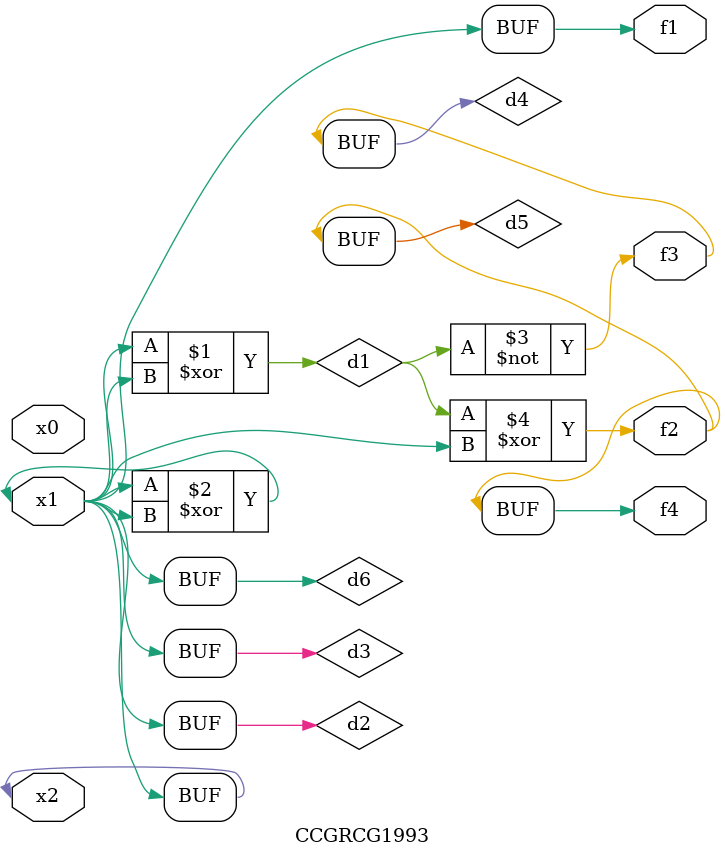
<source format=v>
module CCGRCG1993(
	input x0, x1, x2,
	output f1, f2, f3, f4
);

	wire d1, d2, d3, d4, d5, d6;

	xor (d1, x1, x2);
	buf (d2, x1, x2);
	xor (d3, x1, x2);
	nor (d4, d1);
	xor (d5, d1, d2);
	buf (d6, d2, d3);
	assign f1 = d6;
	assign f2 = d5;
	assign f3 = d4;
	assign f4 = d5;
endmodule

</source>
